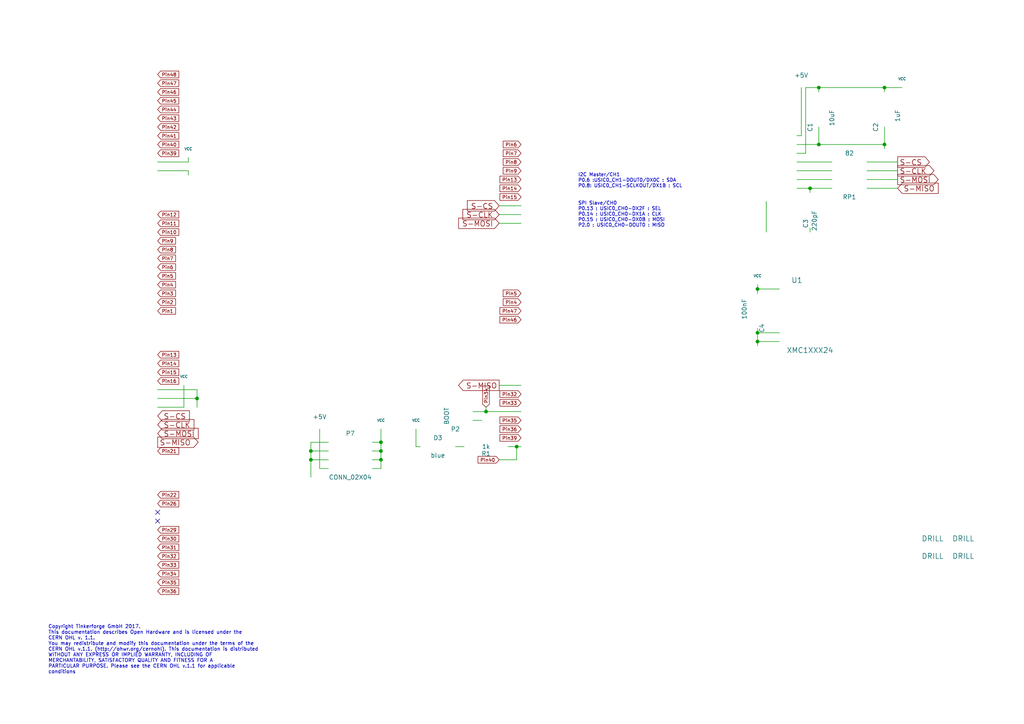
<source format=kicad_sch>
(kicad_sch (version 20230121) (generator eeschema)
  (paper "A4")
  (title_block (title "XMC1400 Breakout Board") (date "2017-09-13") (rev "1.0") (company "Tinkerforge GmbH") (comment 1 "Licensed under CERN OHL v.1.1") (comment 2 "Copyright (©) 2017, L.Lauer <lukas@tinkerforge.com>"))
  (lib_symbols)
  (junction (at 219.71 83.82))
  (junction (at 57.15 115.57))
  (junction (at 219.71 99.06))
  (junction (at 234.95 54.61))
  (junction (at 90.17 133.35))
  (junction (at 256.54 25.4))
  (junction (at 256.54 41.91))
  (junction (at 237.49 25.4))
  (junction (at 140.97 119.38))
  (junction (at 110.49 130.81))
  (junction (at 90.17 130.81))
  (junction (at 149.86 129.54))
  (junction (at 110.49 128.27))
  (junction (at 110.49 133.35))
  (junction (at 219.71 96.52))
  (junction (at 237.49 41.91))
  (no_connect (at 45.72 151.13))
  (no_connect (at 45.72 148.59))
  (wire (pts (xy 53.34 118.11) (xy 53.34 111.76)))
  (wire (pts (xy 251.46 52.07) (xy 260.35 52.07)))
  (wire (pts (xy 226.06 99.06) (xy 219.71 99.06)))
  (wire (pts (xy 219.71 85.09) (xy 219.71 83.82)))
  (wire (pts (xy 219.71 99.06) (xy 219.71 100.33)))
  (wire (pts (xy 95.25 130.81) (xy 90.17 130.81)))
  (wire (pts (xy 231.14 54.61) (xy 234.95 54.61)))
  (wire (pts (xy 237.49 25.4) (xy 256.54 25.4)))
  (wire (pts (xy 251.46 46.99) (xy 260.35 46.99)))
  (wire (pts (xy 54.61 49.53) (xy 54.61 50.8)))
  (wire (pts (xy 54.61 46.99) (xy 54.61 45.72)))
  (wire (pts (xy 237.49 25.4) (xy 237.49 26.67)))
  (wire (pts (xy 53.34 118.11) (xy 45.72 118.11)))
  (wire (pts (xy 234.95 67.31) (xy 234.95 66.04)))
  (wire (pts (xy 90.17 128.27) (xy 95.25 128.27)))
  (wire (pts (xy 110.49 124.46) (xy 110.49 128.27)))
  (wire (pts (xy 151.13 64.77) (xy 144.78 64.77)))
  (wire (pts (xy 137.16 121.92) (xy 139.7 121.92)))
  (wire (pts (xy 110.49 135.89) (xy 107.95 135.89)))
  (wire (pts (xy 120.65 129.54) (xy 121.92 129.54)))
  (wire (pts (xy 231.14 52.07) (xy 241.3 52.07)))
  (wire (pts (xy 234.95 55.88) (xy 234.95 54.61)))
  (wire (pts (xy 45.72 113.03) (xy 57.15 113.03)))
  (wire (pts (xy 256.54 36.83) (xy 256.54 41.91)))
  (wire (pts (xy 90.17 130.81) (xy 90.17 128.27)))
  (wire (pts (xy 237.49 41.91) (xy 237.49 36.83)))
  (wire (pts (xy 234.95 54.61) (xy 241.3 54.61)))
  (wire (pts (xy 226.06 96.52) (xy 219.71 96.52)))
  (wire (pts (xy 256.54 41.91) (xy 237.49 41.91)))
  (wire (pts (xy 232.41 39.37) (xy 232.41 25.4)))
  (wire (pts (xy 237.49 41.91) (xy 231.14 41.91)))
  (wire (pts (xy 110.49 133.35) (xy 107.95 133.35)))
  (wire (pts (xy 226.06 83.82) (xy 219.71 83.82)))
  (wire (pts (xy 149.86 129.54) (xy 151.13 129.54)))
  (wire (pts (xy 260.35 49.53) (xy 251.46 49.53)))
  (wire (pts (xy 233.68 44.45) (xy 233.68 25.4)))
  (wire (pts (xy 149.86 133.35) (xy 149.86 129.54)))
  (wire (pts (xy 90.17 133.35) (xy 90.17 130.81)))
  (wire (pts (xy 110.49 130.81) (xy 110.49 133.35)))
  (wire (pts (xy 256.54 26.67) (xy 256.54 25.4)))
  (wire (pts (xy 90.17 138.43) (xy 90.17 133.35)))
  (wire (pts (xy 144.78 62.23) (xy 151.13 62.23)))
  (wire (pts (xy 110.49 133.35) (xy 110.49 135.89)))
  (wire (pts (xy 140.97 118.11) (xy 140.97 119.38)))
  (wire (pts (xy 57.15 115.57) (xy 57.15 118.11)))
  (wire (pts (xy 151.13 59.69) (xy 144.78 59.69)))
  (wire (pts (xy 92.71 124.46) (xy 92.71 135.89)))
  (wire (pts (xy 222.25 58.42) (xy 222.25 67.31)))
  (wire (pts (xy 132.08 129.54) (xy 134.62 129.54)))
  (wire (pts (xy 251.46 54.61) (xy 260.35 54.61)))
  (wire (pts (xy 120.65 124.46) (xy 120.65 129.54)))
  (wire (pts (xy 231.14 46.99) (xy 241.3 46.99)))
  (wire (pts (xy 140.97 119.38) (xy 137.16 119.38)))
  (wire (pts (xy 256.54 41.91) (xy 256.54 43.18)))
  (wire (pts (xy 151.13 111.76) (xy 144.78 111.76)))
  (wire (pts (xy 219.71 83.82) (xy 219.71 82.55)))
  (wire (pts (xy 233.68 25.4) (xy 237.49 25.4)))
  (wire (pts (xy 231.14 49.53) (xy 241.3 49.53)))
  (wire (pts (xy 256.54 25.4) (xy 261.62 25.4)))
  (wire (pts (xy 144.78 133.35) (xy 149.86 133.35)))
  (wire (pts (xy 45.72 49.53) (xy 54.61 49.53)))
  (wire (pts (xy 57.15 113.03) (xy 57.15 115.57)))
  (wire (pts (xy 151.13 119.38) (xy 140.97 119.38)))
  (wire (pts (xy 110.49 128.27) (xy 110.49 130.81)))
  (wire (pts (xy 45.72 115.57) (xy 57.15 115.57)))
  (wire (pts (xy 219.71 96.52) (xy 219.71 99.06)))
  (wire (pts (xy 107.95 128.27) (xy 110.49 128.27)))
  (wire (pts (xy 147.32 129.54) (xy 149.86 129.54)))
  (wire (pts (xy 110.49 130.81) (xy 107.95 130.81)))
  (wire (pts (xy 231.14 39.37) (xy 232.41 39.37)))
  (wire (pts (xy 95.25 133.35) (xy 90.17 133.35)))
  (wire (pts (xy 231.14 44.45) (xy 233.68 44.45)))
  (wire (pts (xy 92.71 135.89) (xy 95.25 135.89)))
  (wire (pts (xy 219.71 95.25) (xy 219.71 96.52)))
  (wire (pts (xy 45.72 46.99) (xy 54.61 46.99)))
  (text "Copyright Tinkerforge GmbH 2017.\nThis documentation describes Open Hardware and is licensed under the\nCERN OHL v. 1.1.\nYou may redistribute and modify this documentation under the terms of the\nCERN OHL v.1.1. (http://ohwr.org/cernohl). This documentation is distributed\nWITHOUT ANY EXPRESS OR IMPLIED WARRANTY, INCLUDING OF\nMERCHANTABILITY, SATISFACTORY QUALITY AND FITNESS FOR A\nPARTICULAR PURPOSE. Please see the CERN OHL v.1.1 for applicable\nconditions\n" (at 13.97 195.58 0) (effects (font (size 1.016 1.016)) (justify left bottom)))
  (text "I2C Master/CH1\nP0.6 :USIC0_CH1-DOUT0/DX0C : SDA\nP0.8: USIC0_CH1-SCLKOUT/DX1B : SCL" (at 167.64 54.61 0) (effects (font (size 0.9906 0.9906)) (justify left bottom)))
  (text "SPI Slave/CH0\nP0.13 : USIC0_CH0-DX2F : SEL\nP0.14 : USIC0_CH0-DX1A : CLK\nP0.15 : USIC0_CH0-DX0B : MOSI\nP2.0 : USIC0_CH0-DOUT0 : MISO" (at 167.64 66.04 0) (effects (font (size 0.9906 0.9906)) (justify left bottom)))
  (global_label "S-CS" (shape output) (at 260.35 46.99 0) (effects (font (size 1.524 1.524))) (property "Intersheetrefs" "${INTERSHEET_REFS}" (effects hide)))
  (global_label "S-CLK" (shape input) (at 144.78 62.23 180) (effects (font (size 1.524 1.524))) (property "Intersheetrefs" "${INTERSHEET_REFS}" (effects hide)))
  (global_label "Pin40" (shape input) (at 45.72 41.91 0) (effects (font (size 0.9906 0.9906))) (property "Intersheetrefs" "${INTERSHEET_REFS}" (effects hide)))
  (global_label "Pin48" (shape input) (at 45.72 21.59 0) (effects (font (size 0.9906 0.9906))) (property "Intersheetrefs" "${INTERSHEET_REFS}" (effects hide)))
  (global_label "Pin32" (shape input) (at 45.72 161.29 0) (effects (font (size 0.9906 0.9906))) (property "Intersheetrefs" "${INTERSHEET_REFS}" (effects hide)))
  (global_label "S-MOSI" (shape output) (at 260.35 52.07 0) (effects (font (size 1.524 1.524))) (property "Intersheetrefs" "${INTERSHEET_REFS}" (effects hide)))
  (global_label "Pin14" (shape input) (at 151.13 54.61 180) (effects (font (size 0.9906 0.9906))) (property "Intersheetrefs" "${INTERSHEET_REFS}" (effects hide)))
  (global_label "S-MISO" (shape output) (at 45.72 128.27 0) (effects (font (size 1.524 1.524))) (property "Intersheetrefs" "${INTERSHEET_REFS}" (effects hide)))
  (global_label "S-MISO" (shape input) (at 260.35 54.61 0) (effects (font (size 1.524 1.524))) (property "Intersheetrefs" "${INTERSHEET_REFS}" (effects hide)))
  (global_label "Pin13" (shape input) (at 151.13 52.07 180) (effects (font (size 0.9906 0.9906))) (property "Intersheetrefs" "${INTERSHEET_REFS}" (effects hide)))
  (global_label "S-CS" (shape input) (at 45.72 120.65 0) (effects (font (size 1.524 1.524))) (property "Intersheetrefs" "${INTERSHEET_REFS}" (effects hide)))
  (global_label "Pin10" (shape input) (at 45.72 67.31 0) (effects (font (size 0.9906 0.9906))) (property "Intersheetrefs" "${INTERSHEET_REFS}" (effects hide)))
  (global_label "Pin46" (shape input) (at 45.72 26.67 0) (effects (font (size 0.9906 0.9906))) (property "Intersheetrefs" "${INTERSHEET_REFS}" (effects hide)))
  (global_label "Pin35" (shape input) (at 151.13 121.92 180) (effects (font (size 0.9906 0.9906))) (property "Intersheetrefs" "${INTERSHEET_REFS}" (effects hide)))
  (global_label "Pin47" (shape input) (at 45.72 24.13 0) (effects (font (size 0.9906 0.9906))) (property "Intersheetrefs" "${INTERSHEET_REFS}" (effects hide)))
  (global_label "Pin16" (shape input) (at 45.72 110.49 0) (effects (font (size 0.9906 0.9906))) (property "Intersheetrefs" "${INTERSHEET_REFS}" (effects hide)))
  (global_label "Pin33" (shape input) (at 151.13 116.84 180) (effects (font (size 0.9906 0.9906))) (property "Intersheetrefs" "${INTERSHEET_REFS}" (effects hide)))
  (global_label "Pin36" (shape input) (at 45.72 171.45 0) (effects (font (size 0.9906 0.9906))) (property "Intersheetrefs" "${INTERSHEET_REFS}" (effects hide)))
  (global_label "Pin45" (shape input) (at 45.72 29.21 0) (effects (font (size 0.9906 0.9906))) (property "Intersheetrefs" "${INTERSHEET_REFS}" (effects hide)))
  (global_label "S-MISO" (shape output) (at 144.78 111.76 180) (effects (font (size 1.524 1.524))) (property "Intersheetrefs" "${INTERSHEET_REFS}" (effects hide)))
  (global_label "Pin7" (shape input) (at 151.13 44.45 180) (effects (font (size 0.9906 0.9906))) (property "Intersheetrefs" "${INTERSHEET_REFS}" (effects hide)))
  (global_label "Pin33" (shape input) (at 45.72 163.83 0) (effects (font (size 0.9906 0.9906))) (property "Intersheetrefs" "${INTERSHEET_REFS}" (effects hide)))
  (global_label "Pin11" (shape input) (at 45.72 64.77 0) (effects (font (size 0.9906 0.9906))) (property "Intersheetrefs" "${INTERSHEET_REFS}" (effects hide)))
  (global_label "Pin35" (shape input) (at 45.72 168.91 0) (effects (font (size 0.9906 0.9906))) (property "Intersheetrefs" "${INTERSHEET_REFS}" (effects hide)))
  (global_label "Pin15" (shape input) (at 45.72 107.95 0) (effects (font (size 0.9906 0.9906))) (property "Intersheetrefs" "${INTERSHEET_REFS}" (effects hide)))
  (global_label "Pin13" (shape input) (at 45.72 102.87 0) (effects (font (size 0.9906 0.9906))) (property "Intersheetrefs" "${INTERSHEET_REFS}" (effects hide)))
  (global_label "S-CLK" (shape input) (at 45.72 123.19 0) (effects (font (size 1.524 1.524))) (property "Intersheetrefs" "${INTERSHEET_REFS}" (effects hide)))
  (global_label "Pin9" (shape input) (at 45.72 69.85 0) (effects (font (size 0.9906 0.9906))) (property "Intersheetrefs" "${INTERSHEET_REFS}" (effects hide)))
  (global_label "Pin8" (shape input) (at 45.72 72.39 0) (effects (font (size 0.9906 0.9906))) (property "Intersheetrefs" "${INTERSHEET_REFS}" (effects hide)))
  (global_label "Pin4" (shape input) (at 151.13 87.63 180) (effects (font (size 0.9906 0.9906))) (property "Intersheetrefs" "${INTERSHEET_REFS}" (effects hide)))
  (global_label "Pin31" (shape input) (at 45.72 158.75 0) (effects (font (size 0.9906 0.9906))) (property "Intersheetrefs" "${INTERSHEET_REFS}" (effects hide)))
  (global_label "S-CS" (shape input) (at 144.78 59.69 180) (effects (font (size 1.524 1.524))) (property "Intersheetrefs" "${INTERSHEET_REFS}" (effects hide)))
  (global_label "Pin14" (shape input) (at 45.72 105.41 0) (effects (font (size 0.9906 0.9906))) (property "Intersheetrefs" "${INTERSHEET_REFS}" (effects hide)))
  (global_label "Pin6" (shape input) (at 45.72 77.47 0) (effects (font (size 0.9906 0.9906))) (property "Intersheetrefs" "${INTERSHEET_REFS}" (effects hide)))
  (global_label "Pin34" (shape input) (at 45.72 166.37 0) (effects (font (size 0.9906 0.9906))) (property "Intersheetrefs" "${INTERSHEET_REFS}" (effects hide)))
  (global_label "Pin36" (shape input) (at 151.13 124.46 180) (effects (font (size 0.9906 0.9906))) (property "Intersheetrefs" "${INTERSHEET_REFS}" (effects hide)))
  (global_label "Pin5" (shape input) (at 151.13 85.09 180) (effects (font (size 0.9906 0.9906))) (property "Intersheetrefs" "${INTERSHEET_REFS}" (effects hide)))
  (global_label "Pin34" (shape input) (at 140.97 118.11 90) (effects (font (size 0.9906 0.9906))) (property "Intersheetrefs" "${INTERSHEET_REFS}" (effects hide)))
  (global_label "Pin44" (shape input) (at 45.72 31.75 0) (effects (font (size 0.9906 0.9906))) (property "Intersheetrefs" "${INTERSHEET_REFS}" (effects hide)))
  (global_label "Pin46" (shape input) (at 151.13 92.71 180) (effects (font (size 0.9906 0.9906))) (property "Intersheetrefs" "${INTERSHEET_REFS}" (effects hide)))
  (global_label "Pin7" (shape input) (at 45.72 74.93 0) (effects (font (size 0.9906 0.9906))) (property "Intersheetrefs" "${INTERSHEET_REFS}" (effects hide)))
  (global_label "S-MOSI" (shape input) (at 45.72 125.73 0) (effects (font (size 1.524 1.524))) (property "Intersheetrefs" "${INTERSHEET_REFS}" (effects hide)))
  (global_label "Pin41" (shape input) (at 45.72 39.37 0) (effects (font (size 0.9906 0.9906))) (property "Intersheetrefs" "${INTERSHEET_REFS}" (effects hide)))
  (global_label "Pin9" (shape input) (at 151.13 49.53 180) (effects (font (size 0.9906 0.9906))) (property "Intersheetrefs" "${INTERSHEET_REFS}" (effects hide)))
  (global_label "Pin26" (shape input) (at 45.72 146.05 0) (effects (font (size 0.9906 0.9906))) (property "Intersheetrefs" "${INTERSHEET_REFS}" (effects hide)))
  (global_label "Pin15" (shape input) (at 151.13 57.15 180) (effects (font (size 0.9906 0.9906))) (property "Intersheetrefs" "${INTERSHEET_REFS}" (effects hide)))
  (global_label "Pin47" (shape input) (at 151.13 90.17 180) (effects (font (size 0.9906 0.9906))) (property "Intersheetrefs" "${INTERSHEET_REFS}" (effects hide)))
  (global_label "Pin39" (shape input) (at 45.72 44.45 0) (effects (font (size 0.9906 0.9906))) (property "Intersheetrefs" "${INTERSHEET_REFS}" (effects hide)))
  (global_label "S-MOSI" (shape input) (at 144.78 64.77 180) (effects (font (size 1.524 1.524))) (property "Intersheetrefs" "${INTERSHEET_REFS}" (effects hide)))
  (global_label "Pin2" (shape input) (at 45.72 87.63 0) (effects (font (size 0.9906 0.9906))) (property "Intersheetrefs" "${INTERSHEET_REFS}" (effects hide)))
  (global_label "Pin1" (shape input) (at 45.72 90.17 0) (effects (font (size 0.9906 0.9906))) (property "Intersheetrefs" "${INTERSHEET_REFS}" (effects hide)))
  (global_label "Pin3" (shape input) (at 45.72 85.09 0) (effects (font (size 0.9906 0.9906))) (property "Intersheetrefs" "${INTERSHEET_REFS}" (effects hide)))
  (global_label "Pin42" (shape input) (at 45.72 36.83 0) (effects (font (size 0.9906 0.9906))) (property "Intersheetrefs" "${INTERSHEET_REFS}" (effects hide)))
  (global_label "Pin5" (shape input) (at 45.72 80.01 0) (effects (font (size 0.9906 0.9906))) (property "Intersheetrefs" "${INTERSHEET_REFS}" (effects hide)))
  (global_label "Pin29" (shape input) (at 45.72 153.67 0) (effects (font (size 0.9906 0.9906))) (property "Intersheetrefs" "${INTERSHEET_REFS}" (effects hide)))
  (global_label "Pin39" (shape input) (at 151.13 127 180) (effects (font (size 0.9906 0.9906))) (property "Intersheetrefs" "${INTERSHEET_REFS}" (effects hide)))
  (global_label "S-CLK" (shape output) (at 260.35 49.53 0) (effects (font (size 1.524 1.524))) (property "Intersheetrefs" "${INTERSHEET_REFS}" (effects hide)))
  (global_label "Pin21" (shape input) (at 45.72 130.81 0) (effects (font (size 0.9906 0.9906))) (property "Intersheetrefs" "${INTERSHEET_REFS}" (effects hide)))
  (global_label "Pin32" (shape input) (at 151.13 114.3 180) (effects (font (size 0.9906 0.9906))) (property "Intersheetrefs" "${INTERSHEET_REFS}" (effects hide)))
  (global_label "Pin43" (shape input) (at 45.72 34.29 0) (effects (font (size 0.9906 0.9906))) (property "Intersheetrefs" "${INTERSHEET_REFS}" (effects hide)))
  (global_label "Pin12" (shape input) (at 45.72 62.23 0) (effects (font (size 0.9906 0.9906))) (property "Intersheetrefs" "${INTERSHEET_REFS}" (effects hide)))
  (global_label "Pin6" (shape input) (at 151.13 41.91 180) (effects (font (size 0.9906 0.9906))) (property "Intersheetrefs" "${INTERSHEET_REFS}" (effects hide)))
  (global_label "Pin40" (shape input) (at 144.78 133.35 180) (effects (font (size 0.9906 0.9906))) (property "Intersheetrefs" "${INTERSHEET_REFS}" (effects hide)))
  (global_label "Pin8" (shape input) (at 151.13 46.99 180) (effects (font (size 0.9906 0.9906))) (property "Intersheetrefs" "${INTERSHEET_REFS}" (effects hide)))
  (global_label "Pin4" (shape input) (at 45.72 82.55 0) (effects (font (size 0.9906 0.9906))) (property "Intersheetrefs" "${INTERSHEET_REFS}" (effects hide)))
  (global_label "Pin22" (shape input) (at 45.72 143.51 0) (effects (font (size 0.9906 0.9906))) (property "Intersheetrefs" "${INTERSHEET_REFS}" (effects hide)))
  (global_label "Pin30" (shape input) (at 45.72 156.21 0) (effects (font (size 0.9906 0.9906))) (property "Intersheetrefs" "${INTERSHEET_REFS}" (effects hide)))
  (symbol (lib_id "CON-SENSOR2") (at 222.25 46.99 0) (mirror y) (unit 1)
    (property "Reference" "P1" (at 218.44 36.83 0) (effects (font (size 1.524 1.524))))
    (property "Value" "CON-SENSOR2" (at 218.44 46.99 90) (effects (font (size 1.524 1.524))))
    (property "Footprint" "CON-SENSOR2" (effects hide))
  )
  (symbol (lib_id "GND") (at 222.25 67.31 0) (unit 1)
    (property "Reference" "#PWR02" (effects hide))
    (property "Value" "GND" (effects hide))
  )
  (symbol (lib_id "VCC") (at 261.62 25.4 0) (unit 1)
    (property "Reference" "#PWR01" (effects hide))
    (property "Value" "VCC" (at 261.62 22.86 0) (effects (font (size 0.762 0.762))))
  )
  (symbol (lib_id "DRILL") (at 279.4 156.21 0) (unit 1)
    (property "Reference" "U4" (effects hide))
    (property "Value" "DRILL" (at 279.4 156.21 0) (effects (font (size 1.524 1.524))))
    (property "Footprint" "DRILL_NP" (effects hide))
  )
  (symbol (lib_id "DRILL") (at 279.4 161.29 0) (unit 1)
    (property "Reference" "U5" (effects hide))
    (property "Value" "DRILL" (at 279.4 161.29 0) (effects (font (size 1.524 1.524))))
    (property "Footprint" "DRILL_NP" (effects hide))
  )
  (symbol (lib_id "DRILL") (at 270.51 161.29 0) (unit 1)
    (property "Reference" "U3" (effects hide))
    (property "Value" "DRILL" (at 270.51 161.29 0) (effects (font (size 1.524 1.524))))
    (property "Footprint" "DRILL_NP" (effects hide))
  )
  (symbol (lib_id "DRILL") (at 270.51 156.21 0) (unit 1)
    (property "Reference" "U2" (effects hide))
    (property "Value" "DRILL" (at 270.51 156.21 0) (effects (font (size 1.524 1.524))))
    (property "Footprint" "DRILL_NP" (effects hide))
  )
  (symbol (lib_id "C") (at 237.49 31.75 180) (unit 1)
    (property "Reference" "C1" (at 234.95 35.56 90) (effects (justify left)))
    (property "Value" "10uF" (at 241.3 31.75 90) (effects (justify left)))
    (property "Footprint" "C0603F" (effects hide))
  )
  (symbol (lib_id "C") (at 256.54 31.75 180) (unit 1)
    (property "Reference" "C2" (at 254 35.56 90) (effects (justify left)))
    (property "Value" "1uF" (at 260.35 31.75 90) (effects (justify left)))
    (property "Footprint" "C0603F" (effects hide))
  )
  (symbol (lib_id "GND") (at 256.54 43.18 0) (unit 1)
    (property "Reference" "#PWR03" (effects hide))
    (property "Value" "GND" (effects hide))
  )
  (symbol (lib_id "C") (at 219.71 90.17 0) (unit 1)
    (property "Reference" "C4" (at 220.98 96.52 90) (effects (justify left)))
    (property "Value" "100nF" (at 215.9 92.71 90) (effects (justify left)))
    (property "Footprint" "C0603F" (effects hide))
  )
  (symbol (lib_id "VCC") (at 219.71 82.55 0) (unit 1)
    (property "Reference" "#PWR04" (effects hide))
    (property "Value" "VCC" (at 219.71 80.01 0) (effects (font (size 0.762 0.762))))
  )
  (symbol (lib_id "GND") (at 219.71 100.33 0) (unit 1)
    (property "Reference" "#PWR05" (effects hide))
    (property "Value" "GND" (effects hide))
  )
  (symbol (lib_id "LED") (at 127 129.54 0) (unit 1)
    (property "Reference" "D3" (at 127 127 0))
    (property "Value" "blue" (at 127 132.08 0))
    (property "Footprint" "D0603E" (effects hide))
  )
  (symbol (lib_id "CONN_01X02") (at 132.08 120.65 180) (unit 1)
    (property "Reference" "P2" (at 132.08 124.46 0))
    (property "Value" "BOOT" (at 129.54 120.65 90))
    (property "Footprint" "kicad-libraries:SolderJumper" (effects hide))
  )
  (symbol (lib_id "VCC") (at 120.65 124.46 0) (unit 1)
    (property "Reference" "#PWR06" (effects hide))
    (property "Value" "VCC" (at 120.65 121.92 0) (effects (font (size 0.762 0.762))))
  )
  (symbol (lib_id "GND") (at 139.7 121.92 90) (unit 1)
    (property "Reference" "#PWR07" (effects hide))
    (property "Value" "GND" (effects hide))
  )
  (symbol (lib_id "CONN_01X12") (at 40.64 116.84 0) (mirror y) (unit 1)
    (property "Reference" "P5" (at 40.64 100.33 0))
    (property "Value" "CONN_01X12" (at 38.1 116.84 90))
    (property "Footprint" "kicad-libraries:pin_array_12" (effects hide))
  )
  (symbol (lib_id "CONN_01X12") (at 40.64 157.48 0) (mirror y) (unit 1)
    (property "Reference" "P6" (at 40.64 140.97 0))
    (property "Value" "CONN_01X12" (at 38.1 157.48 90))
    (property "Footprint" "kicad-libraries:pin_array_12" (effects hide))
  )
  (symbol (lib_id "CONN_01X12") (at 40.64 35.56 0) (mirror y) (unit 1)
    (property "Reference" "P3" (at 40.64 19.05 0))
    (property "Value" "CONN_01X12" (at 38.1 35.56 90))
    (property "Footprint" "kicad-libraries:pin_array_12" (effects hide))
  )
  (symbol (lib_id "CONN_01X12") (at 40.64 76.2 0) (mirror y) (unit 1)
    (property "Reference" "P4" (at 40.64 59.69 0))
    (property "Value" "CONN_01X12" (at 38.1 76.2 90))
    (property "Footprint" "kicad-libraries:pin_array_12" (effects hide))
  )
  (symbol (lib_id "R") (at 140.97 129.54 270) (unit 1)
    (property "Reference" "R1" (at 140.97 131.572 90))
    (property "Value" "1k" (at 140.97 129.54 90))
    (property "Footprint" "R0603F" (effects hide))
  )
  (symbol (lib_id "GND") (at 57.15 118.11 0) (unit 1)
    (property "Reference" "#PWR08" (effects hide))
    (property "Value" "GND" (effects hide))
  )
  (symbol (lib_id "VCC") (at 53.34 111.76 0) (unit 1)
    (property "Reference" "#PWR09" (effects hide))
    (property "Value" "VCC" (at 53.34 109.22 0) (effects (font (size 0.762 0.762))))
  )
  (symbol (lib_id "GND") (at 54.61 50.8 0) (unit 1)
    (property "Reference" "#PWR010" (effects hide))
    (property "Value" "GND" (effects hide))
  )
  (symbol (lib_id "VCC") (at 54.61 45.72 0) (unit 1)
    (property "Reference" "#PWR011" (effects hide))
    (property "Value" "VCC" (at 54.61 43.18 0) (effects (font (size 0.762 0.762))))
  )
  (symbol (lib_id "CONN_02X04") (at 101.6 132.08 0) (unit 1)
    (property "Reference" "P7" (at 101.6 125.73 0))
    (property "Value" "CONN_02X04" (at 101.6 138.43 0))
    (property "Footprint" "kicad-libraries:pin_array_4x2" (effects hide))
  )
  (symbol (lib_id "GND") (at 90.17 138.43 0) (unit 1)
    (property "Reference" "#PWR012" (effects hide))
    (property "Value" "GND" (effects hide))
  )
  (symbol (lib_id "+5V") (at 232.41 25.4 0) (unit 1)
    (property "Reference" "#PWR013" (effects hide))
    (property "Value" "+5V" (at 232.41 21.844 0))
  )
  (symbol (lib_id "+5V") (at 92.71 124.46 0) (unit 1)
    (property "Reference" "#PWR014" (effects hide))
    (property "Value" "+5V" (at 92.71 120.904 0))
  )
  (symbol (lib_id "VCC") (at 110.49 124.46 0) (unit 1)
    (property "Reference" "#PWR015" (effects hide))
    (property "Value" "VCC" (at 110.49 121.92 0) (effects (font (size 0.762 0.762))))
  )
  (symbol (lib_id "XMC1XXX24") (at 234.95 91.44 0) (unit 1)
    (property "Reference" "U1" (at 231.14 81.28 0) (effects (font (size 1.524 1.524))))
    (property "Value" "XMC1XXX24" (at 234.95 101.6 0) (effects (font (size 1.524 1.524))))
    (property "Footprint" "kicad-libraries:QFN24-4x4mm-0.5mm" (effects hide))
  )
  (symbol (lib_id "XMC1XXX24") (at 160.02 53.34 0) (unit 2)
    (property "Reference" "U1" (at 156.21 39.37 0) (effects (font (size 1.524 1.524))))
    (property "Value" "XMC1XXX24" (at 160.02 67.31 0) (effects (font (size 1.524 1.524))))
    (property "Footprint" "kicad-libraries:QFN24-4x4mm-0.5mm" (effects hide))
  )
  (symbol (lib_id "XMC1XXX24") (at 160.02 88.9 0) (unit 3)
    (property "Reference" "U1" (at 156.21 82.55 0) (effects (font (size 1.524 1.524))))
    (property "Value" "XMC1XXX24" (at 160.02 95.25 0) (effects (font (size 1.524 1.524))))
    (property "Footprint" "kicad-libraries:QFN24-4x4mm-0.5mm" (effects hide))
  )
  (symbol (lib_id "XMC1XXX24") (at 160.02 120.65 0) (unit 4)
    (property "Reference" "U1" (at 156.21 109.22 0) (effects (font (size 1.524 1.524))))
    (property "Value" "XMC1XXX24" (at 160.02 132.08 0) (effects (font (size 1.524 1.524))))
    (property "Footprint" "kicad-libraries:QFN24-4x4mm-0.5mm" (effects hide))
  )
  (symbol (lib_id "R_PACK4") (at 246.38 45.72 180) (unit 1)
    (property "Reference" "RP1" (at 246.38 57.15 0))
    (property "Value" "82" (at 246.38 44.45 0))
    (property "Footprint" "4X0402" (effects hide))
  )
  (symbol (lib_id "C") (at 234.95 60.96 180) (unit 1)
    (property "Reference" "C3" (at 233.68 63.5 90) (effects (justify left)))
    (property "Value" "220pF" (at 236.22 60.96 90) (effects (justify left)))
    (property "Footprint" "C0603F" (effects hide))
  )
  (symbol (lib_id "GND") (at 234.95 67.31 0) (unit 1)
    (property "Reference" "#PWR016" (effects hide))
    (property "Value" "GND" (effects hide))
  )
)
</source>
